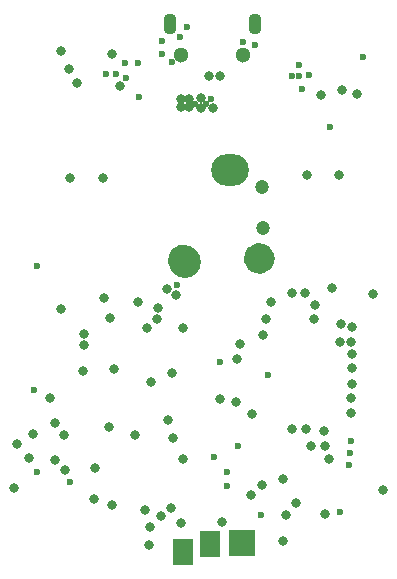
<source format=gbs>
%FSLAX25Y25*%
%MOIN*%
G70*
G01*
G75*
G04 Layer_Color=16711935*
%ADD10C,0.00787*%
%ADD11C,0.01181*%
%ADD12C,0.00984*%
%ADD13R,0.01969X0.02362*%
%ADD14R,0.03937X0.03150*%
%ADD15R,0.03150X0.03543*%
%ADD16R,0.02756X0.01575*%
%ADD17R,0.02362X0.01969*%
%ADD18R,0.04724X0.03543*%
%ADD19R,0.03937X0.02756*%
%ADD20R,0.01969X0.03937*%
%ADD21R,0.02362X0.03937*%
%ADD22O,0.07874X0.05906*%
%ADD23R,0.07874X0.05906*%
%ADD24R,0.03937X0.04724*%
%ADD25R,0.03543X0.03937*%
%ADD26R,0.04921X0.02362*%
%ADD27O,0.04921X0.02362*%
%ADD28R,0.04724X0.03937*%
%ADD29R,0.03543X0.02362*%
%ADD30R,0.06299X0.04921*%
%ADD31O,0.02362X0.07874*%
%ADD32R,0.04724X0.01575*%
%ADD33O,0.02362X0.07874*%
%ADD34R,0.03400X0.10000*%
%ADD35R,0.03400X0.05000*%
%ADD36R,0.02362X0.03543*%
G04:AMPARAMS|DCode=37|XSize=59.06mil|YSize=78.74mil|CornerRadius=0mil|HoleSize=0mil|Usage=FLASHONLY|Rotation=45.000|XOffset=0mil|YOffset=0mil|HoleType=Round|Shape=Round|*
%AMOVALD37*
21,1,0.01969,0.05906,0.00000,0.00000,135.0*
1,1,0.05906,0.00696,-0.00696*
1,1,0.05906,-0.00696,0.00696*
%
%ADD37OVALD37*%

%ADD38R,0.01575X0.04921*%
%ADD39R,0.02362X0.05315*%
%ADD40C,0.01969*%
%ADD41C,0.03937*%
%ADD42C,0.05906*%
%ADD43R,0.06717X0.02806*%
%ADD44R,0.15106X0.14091*%
%ADD45R,0.12325X0.05909*%
%ADD46R,0.08728X0.04000*%
%ADD47R,0.07905X0.22706*%
%ADD48R,0.47900X0.06374*%
%ADD49R,0.06200X0.11200*%
%ADD50R,0.02400X0.07447*%
%ADD51R,0.11060X0.04191*%
%ADD52R,0.38700X0.08270*%
%ADD53R,0.31672X0.09600*%
%ADD54C,0.03937*%
%ADD55C,0.09843*%
%ADD56O,0.11811X0.09843*%
%ADD57C,0.05118*%
%ADD58O,0.04331X0.07087*%
%ADD59C,0.02362*%
%ADD60C,0.07874*%
%ADD61R,0.07874X0.07874*%
%ADD62R,0.05906X0.07874*%
%ADD63C,0.04724*%
%ADD64C,0.00197*%
%ADD65C,0.00394*%
%ADD66C,0.00591*%
%ADD67C,0.01969*%
%ADD68C,0.00250*%
%ADD69C,0.00200*%
%ADD70C,0.00500*%
%ADD71C,0.00374*%
%ADD72C,0.00400*%
%ADD73C,0.00800*%
%ADD74R,0.00200X0.00700*%
%ADD75R,0.00300X0.00600*%
%ADD76R,0.00300X0.00500*%
%ADD77O,0.05906X0.09843*%
%ADD78C,0.05906*%
%ADD79R,0.11083X0.10189*%
%ADD80R,0.15688X0.05292*%
%ADD81R,0.02769X0.03162*%
%ADD82R,0.04737X0.03950*%
%ADD83R,0.03950X0.04343*%
%ADD84R,0.03556X0.02375*%
%ADD85R,0.03162X0.02769*%
%ADD86R,0.05524X0.04343*%
%ADD87R,0.04737X0.03556*%
%ADD88R,0.02769X0.04737*%
%ADD89R,0.03162X0.04737*%
%ADD90O,0.08674X0.06706*%
%ADD91R,0.08674X0.06706*%
%ADD92R,0.04737X0.05524*%
%ADD93R,0.04343X0.04737*%
%ADD94R,0.05721X0.03162*%
%ADD95O,0.05721X0.03162*%
%ADD96R,0.05524X0.04737*%
%ADD97R,0.04343X0.03162*%
%ADD98R,0.07099X0.05721*%
%ADD99O,0.03162X0.08674*%
%ADD100R,0.05524X0.02375*%
%ADD101O,0.03162X0.08674*%
%ADD102R,0.04200X0.10800*%
%ADD103R,0.04200X0.05800*%
%ADD104R,0.03162X0.04343*%
G04:AMPARAMS|DCode=105|XSize=67.06mil|YSize=86.74mil|CornerRadius=0mil|HoleSize=0mil|Usage=FLASHONLY|Rotation=45.000|XOffset=0mil|YOffset=0mil|HoleType=Round|Shape=Round|*
%AMOVALD105*
21,1,0.01969,0.06706,0.00000,0.00000,135.0*
1,1,0.06706,0.00696,-0.00696*
1,1,0.06706,-0.00696,0.00696*
%
%ADD105OVALD105*%

%ADD106C,0.04737*%
%ADD107C,0.10642*%
%ADD108O,0.12611X0.10642*%
%ADD109C,0.03162*%
%ADD110R,0.08674X0.08674*%
%ADD111R,0.06706X0.08674*%
%ADD112C,0.05524*%
D57*
X-10236Y76246D02*
D03*
X10236D02*
D03*
D58*
X-14173Y86679D02*
D03*
X14173D02*
D03*
D59*
X-58500Y6100D02*
D03*
X700Y-57700D02*
D03*
X-59429Y-35433D02*
D03*
X50292Y75787D02*
D03*
X-24400Y62400D02*
D03*
X-28543Y68729D02*
D03*
X-2125Y59974D02*
D03*
X-5572Y60074D02*
D03*
X2800Y-26100D02*
D03*
X-183Y61709D02*
D03*
X-11608Y-426D02*
D03*
X39370Y52165D02*
D03*
X-58200Y-62600D02*
D03*
X8687Y-54168D02*
D03*
X5072Y-62758D02*
D03*
X4937Y-67400D02*
D03*
X-47300Y-66100D02*
D03*
X42800Y-76100D02*
D03*
X46400Y-52400D02*
D03*
X46000Y-56500D02*
D03*
X45700Y-60500D02*
D03*
X18800Y-30471D02*
D03*
X16400Y-76900D02*
D03*
X-35357Y69900D02*
D03*
X-32067Y70000D02*
D03*
X-29000Y73500D02*
D03*
X-24700Y73600D02*
D03*
X-13308Y74000D02*
D03*
X-16700Y76597D02*
D03*
Y80900D02*
D03*
X-8500Y85700D02*
D03*
X-10661Y82200D02*
D03*
X28946Y72900D02*
D03*
X29100Y69410D02*
D03*
X29900Y65032D02*
D03*
X32200Y69800D02*
D03*
X26500Y69400D02*
D03*
X10236Y80700D02*
D03*
X14452Y79800D02*
D03*
D60*
X16900Y8500D02*
G03*
X16900Y8500I-1181J0D01*
G01*
X-8400Y8000D02*
G03*
X-8400Y8000I-1181J0D01*
G01*
D106*
X16749Y32400D02*
D03*
X17100Y18711D02*
D03*
D107*
X-9000Y7200D02*
D03*
D108*
X5900Y38000D02*
D03*
D109*
X23622Y-85700D02*
D03*
X-45024Y67026D02*
D03*
X-49069Y-62100D02*
D03*
X57000Y-68700D02*
D03*
X-38893Y-61500D02*
D03*
X-33500Y-73835D02*
D03*
X24700Y-77000D02*
D03*
X-20600Y-81100D02*
D03*
X-22500Y-75500D02*
D03*
X-16900Y-77400D02*
D03*
X-13745Y-74600D02*
D03*
X38900Y-58200D02*
D03*
X8092Y-39500D02*
D03*
X-14800Y-45200D02*
D03*
X-9600Y-58400D02*
D03*
X-20900Y-87100D02*
D03*
X-49333Y-50251D02*
D03*
X-52300Y-58700D02*
D03*
X-25739Y-50428D02*
D03*
X-52500Y-46300D02*
D03*
X-50500Y-8300D02*
D03*
X3400Y-79500D02*
D03*
X-61024Y-58071D02*
D03*
X-59802Y-50039D02*
D03*
X-65945Y-67957D02*
D03*
X48228Y63492D02*
D03*
X43307Y64591D02*
D03*
X36417Y62992D02*
D03*
X23622Y-64960D02*
D03*
X-64883Y-53362D02*
D03*
X-33465Y76772D02*
D03*
X-50197Y77756D02*
D03*
X-47825Y71582D02*
D03*
X53700Y-3400D02*
D03*
X8200Y-24900D02*
D03*
X9392Y-20026D02*
D03*
X-9808Y-14626D02*
D03*
X-12174Y-3802D02*
D03*
X33017Y-54090D02*
D03*
X37517D02*
D03*
X37417Y-48891D02*
D03*
X31417Y-48491D02*
D03*
X43017Y-13191D02*
D03*
X46417Y-19390D02*
D03*
X46517Y-14390D02*
D03*
X46417Y-43165D02*
D03*
Y-38091D02*
D03*
X46517Y-33291D02*
D03*
Y-27891D02*
D03*
Y-23491D02*
D03*
X-42683Y-20491D02*
D03*
X-42583Y-16590D02*
D03*
X-42983Y-29091D02*
D03*
X417Y58810D02*
D03*
X-7683Y58909D02*
D03*
X13313Y-43200D02*
D03*
X-13308Y-29626D02*
D03*
X2486Y-38243D02*
D03*
X33982Y-11669D02*
D03*
X-18184Y-11669D02*
D03*
X16617Y-67090D02*
D03*
X13117Y-70191D02*
D03*
X-33883Y-11491D02*
D03*
X-34283Y-47691D02*
D03*
X42717Y-19290D02*
D03*
X26717Y-48312D02*
D03*
X2617Y69410D02*
D03*
X-1083D02*
D03*
X26592Y-2953D02*
D03*
X34466Y-6890D02*
D03*
X42340Y36417D02*
D03*
X31513D02*
D03*
X-36400Y35433D02*
D03*
X-47227D02*
D03*
X-3783Y62110D02*
D03*
X-3708Y58574D02*
D03*
X-10283Y61510D02*
D03*
X-10183Y59009D02*
D03*
X-7643Y61709D02*
D03*
X40092Y-1426D02*
D03*
X-21583Y-14591D02*
D03*
X-24800Y-6157D02*
D03*
X17917Y-11691D02*
D03*
X-35883Y-4762D02*
D03*
X-18000Y-8091D02*
D03*
X-30700Y66100D02*
D03*
X19517Y-6091D02*
D03*
X31117Y-2991D02*
D03*
X-15000Y-1700D02*
D03*
X17100Y-16900D02*
D03*
X-20400Y-32600D02*
D03*
X-32618Y-28401D02*
D03*
X27876Y-72955D02*
D03*
X-10500Y-79600D02*
D03*
X-53900Y-38091D02*
D03*
X-39454Y-71700D02*
D03*
X37500Y-76659D02*
D03*
X-13100Y-51300D02*
D03*
D110*
X9900Y-86200D02*
D03*
D111*
X-600Y-86600D02*
D03*
X-9700Y-89400D02*
D03*
D112*
X-10000Y-87598D02*
D03*
X0D02*
D03*
X10000D02*
D03*
M02*

</source>
